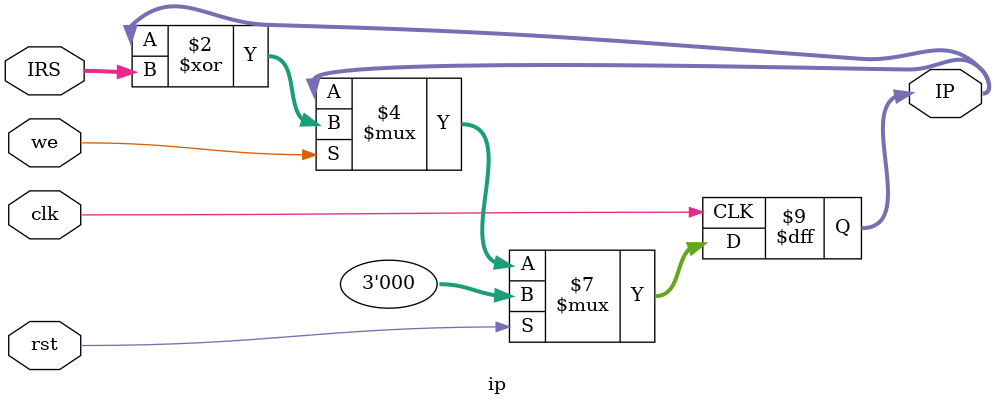
<source format=v>
module ip(clk, rst, we, IRS, IP);
    input clk, we, rst;
    input [2:0] IRS;

    output reg [2:0] IP;

    initial begin
        IP = 3'b000;
    end

    always @(posedge clk) begin
        if (rst) IP <= 3'b000;
        else if (we) begin
            IP <= IP ^ IRS;
        end
    end

endmodule
</source>
